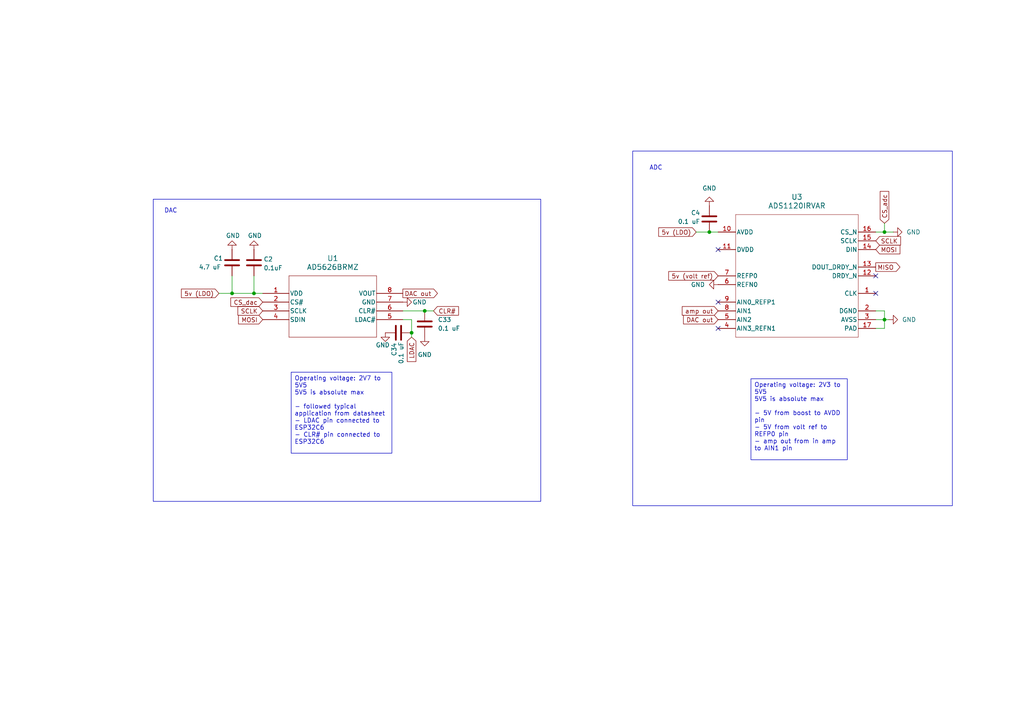
<source format=kicad_sch>
(kicad_sch (version 20231120) (generator "eeschema") (generator_version "8.0")
  (paper "A4")
  (lib_symbols
    (symbol "2025-06-29_04-51-15:ADS1120IRVAR" (pin_names (offset 0.254))
      (property "Reference" "U" (at 0 2.54 0))
      (property "Value" "ADS1120IRVAR" (at 0 0 0))
      (symbol "ADS1120IRVAR_0_1"
        (polyline (pts (xy -17.78 -17.78) (xy 17.78 -17.78)) (stroke (width 0.1016)))
        (polyline (pts (xy -17.78 17.78) (xy -17.78 -17.78)) (stroke (width 0.1016)))
        (polyline (pts (xy 17.78 -17.78) (xy 17.78 17.78)) (stroke (width 0.1016)))
        (polyline (pts (xy 17.78 17.78) (xy -17.78 17.78)) (stroke (width 0.1016)))
        (pin input line (at 22.86 -5.08 180) (length 5.08) (name "CLK") (number "1"))
        (pin power_in line (at -22.86 12.7 0) (length 5.08) (name "AVDD") (number "10"))
        (pin power_in line (at -22.86 7.62 0) (length 5.08) (name "DVDD") (number "11"))
        (pin output line (at 22.86 0 180) (length 5.08) (name "DRDY_N") (number "12"))
        (pin output line (at 22.86 2.54 180) (length 5.08) (name "DOUT_DRDY_N") (number "13"))
        (pin input line (at 22.86 7.62 180) (length 5.08) (name "DIN") (number "14"))
        (pin input line (at 22.86 10.16 180) (length 5.08) (name "SCLK") (number "15"))
        (pin input line (at 22.86 12.7 180) (length 5.08) (name "CS_N") (number "16"))
        (pin power_in line (at 22.86 -15.24 180) (length 5.08) (name "PAD") (number "17"))
        (pin power_in line (at 22.86 -10.16 180) (length 5.08) (name "DGND") (number "2"))
        (pin power_in line (at 22.86 -12.7 180) (length 5.08) (name "AVSS") (number "3"))
        (pin input line (at -22.86 -15.24 0) (length 5.08) (name "AIN3_REFN1") (number "4"))
        (pin input line (at -22.86 -12.7 0) (length 5.08) (name "AIN2") (number "5"))
        (pin input line (at -22.86 -2.54 0) (length 5.08) (name "REFN0") (number "6"))
        (pin input line (at -22.86 0 0) (length 5.08) (name "REFP0") (number "7"))
        (pin input line (at -22.86 -10.16 0) (length 5.08) (name "AIN1") (number "8"))
        (pin input line (at -22.86 -7.62 0) (length 5.08) (name "AIN0_REFP1") (number "9"))
      )
    )
    (symbol "Device:C" (pin_numbers hide) (pin_names (offset 0.254))
      (property "Reference" "C" (at 0.635 2.54 0))
      (property "Value" "C" (at 0.635 -2.54 0))
      (symbol "C_0_1"
        (polyline (pts (xy -2.032 -0.762) (xy 2.032 -0.762)) (stroke (width 0.508)))
        (polyline (pts (xy -2.032 0.762) (xy 2.032 0.762)) (stroke (width 0.508)))
      )
      (symbol "C_1_1"
        (pin passive line (at 0 3.81 270) (length 2.794) (name "~") (number "1"))
        (pin passive line (at 0 -3.81 90) (length 2.794) (name "~") (number "2"))
      )
    )
    (symbol "power:GND" (power) (pin_numbers hide) (pin_names (offset 0) hide)
      (property "Value" "GND" (at 0 -3.81 0))
      (symbol "GND_0_1"
        (polyline (pts (xy 0 0) (xy 0 -1.27) (xy 1.27 -1.27) (xy 0 -2.54) (xy -1.27 -1.27) (xy 0 -1.27)))
      )
      (symbol "GND_1_1"
        (pin power_in line (at 0 0 270) (length 0) (name "~") (number "1"))
      )
    )
    (symbol "wsg sym lib:AD5626BRMZ" (pin_names (offset 0.254))
      (property "Reference" "U" (at 20.32 10.16 0))
      (property "Value" "AD5626BRMZ" (at 20.32 7.62 0))
      (symbol "AD5626BRMZ_0_1"
        (polyline (pts (xy 7.62 -12.7) (xy 33.02 -12.7)) (stroke (width 0.127)))
        (polyline (pts (xy 7.62 5.08) (xy 7.62 -12.7)) (stroke (width 0.127)))
        (polyline (pts (xy 33.02 -12.7) (xy 33.02 5.08)) (stroke (width 0.127)))
        (polyline (pts (xy 33.02 5.08) (xy 7.62 5.08)) (stroke (width 0.127)))
        (pin power_in line (at 0 0 0) (length 7.62) (name "VDD") (number "1"))
        (pin unspecified line (at 0 -2.54 0) (length 7.62) (name "CS#") (number "2"))
        (pin unspecified line (at 0 -5.08 0) (length 7.62) (name "SCLK") (number "3"))
        (pin unspecified line (at 0 -7.62 0) (length 7.62) (name "SDIN") (number "4"))
        (pin unspecified line (at 40.64 -7.62 180) (length 7.62) (name "LDAC#") (number "5"))
        (pin unspecified line (at 40.64 -5.08 180) (length 7.62) (name "CLR#") (number "6"))
        (pin unspecified line (at 40.64 -2.54 180) (length 7.62) (name "GND") (number "7"))
        (pin unspecified line (at 40.64 0 180) (length 7.62) (name "VOUT") (number "8"))
      )
    )
  )
  (junction (at 67.31 85.09))
  (junction (at 119.38 96.52))
  (junction (at 205.74 67.31))
  (junction (at 73.66 85.09))
  (junction (at 256.54 67.31))
  (junction (at 256.54 92.71))
  (junction (at 123.19 90.17))
  (no_connect (at 254 80.01))
  (no_connect (at 208.28 87.63))
  (no_connect (at 254 85.09))
  (no_connect (at 208.28 95.25))
  (no_connect (at 208.28 72.39))
  (wire (pts (xy 254 95.25) (xy 256.54 95.25)))
  (wire (pts (xy 256.54 95.25) (xy 256.54 92.71)))
  (wire (pts (xy 201.93 67.31) (xy 205.74 67.31)))
  (wire (pts (xy 254 67.31) (xy 256.54 67.31)))
  (wire (pts (xy 119.38 92.71) (xy 119.38 96.52)))
  (wire (pts (xy 73.66 80.01) (xy 73.66 85.09)))
  (wire (pts (xy 205.74 67.31) (xy 208.28 67.31)))
  (wire (pts (xy 67.31 80.01) (xy 67.31 85.09)))
  (wire (pts (xy 119.38 96.52) (xy 119.38 97.79)))
  (wire (pts (xy 67.31 85.09) (xy 73.66 85.09)))
  (wire (pts (xy 254 92.71) (xy 256.54 92.71)))
  (wire (pts (xy 125.73 90.17) (xy 123.19 90.17)))
  (wire (pts (xy 256.54 64.77) (xy 256.54 67.31)))
  (wire (pts (xy 256.54 92.71) (xy 257.81 92.71)))
  (wire (pts (xy 63.5 85.09) (xy 67.31 85.09)))
  (wire (pts (xy 256.54 90.17) (xy 254 90.17)))
  (wire (pts (xy 123.19 90.17) (xy 116.84 90.17)))
  (wire (pts (xy 256.54 67.31) (xy 259.08 67.31)))
  (wire (pts (xy 119.38 92.71) (xy 116.84 92.71)))
  (wire (pts (xy 73.66 85.09) (xy 76.2 85.09)))
  (wire (pts (xy 256.54 92.71) (xy 256.54 90.17)))
  (rectangle (start 183.515 43.815) (end 276.225 146.685))
  (rectangle (start 44.45 57.785) (end 156.845 145.415))
  (text_box "Operating voltage: 2V3 to 5V5\n5V5 is absolute max\n\n- 5V from boost to AVDD pin\n- 5V from volt ref to REFP0 pin\n- amp out from in amp to AIN1 pin\n" (at 217.805 109.855 0) (size 27.94 23.495) (effects (font (size 1.27 1.27)) (justify left top)))
  (text_box "Operating voltage: 2V7 to 5V5\n5V5 is absolute max\n\n- followed typical application from datasheet\n- LDAC pin connected to ESP32C6\n- CLR# pin connected to ESP32C6\n" (at 84.455 107.95 0) (size 29.21 23.495) (effects (font (size 1.27 1.27)) (justify left top)))
  (text "DAC" (at 49.53 61.214 0) (effects (font (size 1.27 1.27))))
  (text "ADC" (at 190.246 48.768 0) (effects (font (size 1.27 1.27))))
  (global_label "CS_adc" (shape input) (at 256.54 64.77 90) (property "Intersheetrefs" "${INTERSHEET_REFS}" (effects (hide yes))))
  (global_label "SCLK" (shape input) (at 76.2 90.17 180) (property "Intersheetrefs" "${INTERSHEET_REFS}" (effects (hide yes))))
  (global_label "SCLK" (shape input) (at 254 69.85 0) (property "Intersheetrefs" "${INTERSHEET_REFS}" (effects (hide yes))))
  (global_label "amp out" (shape input) (at 208.28 90.17 180) (property "Intersheetrefs" "${INTERSHEET_REFS}" (effects (hide yes))))
  (global_label "MOSI" (shape input) (at 254 72.39 0) (property "Intersheetrefs" "${INTERSHEET_REFS}" (effects (hide yes))))
  (global_label "MOSI" (shape input) (at 76.2 92.71 180) (property "Intersheetrefs" "${INTERSHEET_REFS}" (effects (hide yes))))
  (global_label "CLR#" (shape input) (at 125.73 90.17 0) (property "Intersheetrefs" "${INTERSHEET_REFS}" (effects (hide yes))))
  (global_label "CS_dac" (shape input) (at 76.2 87.63 180) (property "Intersheetrefs" "${INTERSHEET_REFS}" (effects (hide yes))))
  (global_label "MISO" (shape output) (at 254 77.47 0) (property "Intersheetrefs" "${INTERSHEET_REFS}" (effects (hide yes))))
  (global_label "DAC out" (shape input) (at 208.28 92.71 180) (property "Intersheetrefs" "${INTERSHEET_REFS}" (effects (hide yes))))
  (global_label "5v (LDO)" (shape input) (at 201.93 67.31 180) (property "Intersheetrefs" "${INTERSHEET_REFS}" (effects (hide yes))))
  (global_label "DAC out" (shape output) (at 116.84 85.09 0) (property "Intersheetrefs" "${INTERSHEET_REFS}" (effects (hide yes))))
  (global_label "LDAC" (shape input) (at 119.38 97.79 270) (property "Intersheetrefs" "${INTERSHEET_REFS}" (effects (hide yes))))
  (global_label "5v (LDO)" (shape input) (at 63.5 85.09 180) (property "Intersheetrefs" "${INTERSHEET_REFS}" (effects (hide yes))))
  (global_label "5v (volt ref)" (shape input) (at 208.28 80.01 180) (property "Intersheetrefs" "${INTERSHEET_REFS}" (effects (hide yes))))
  (symbol (lib_id "Device:C") (at 73.66 76.2 0) (unit 1)
    (property "Reference" "C2" (at 76.454 75.184 0) (effects (justify left)))
    (property "Value" "0.1uF" (at 76.454 77.724 0) (effects (justify left)))
    (property "Description" "Unpolarized capacitor" (effects (hide yes)))
  )
  (symbol (lib_id "Device:C") (at 67.31 76.2 0) (unit 1)
    (property "Reference" "C1" (at 61.976 74.93 0) (effects (justify left)))
    (property "Value" "4.7 uF" (at 57.658 77.47 0) (effects (justify left)))
    (property "Description" "Unpolarized capacitor" (effects (hide yes)))
  )
  (symbol (lib_id "Device:C") (at 123.19 93.98 0) (unit 1)
    (property "Reference" "C33" (at 127 92.7099 0) (effects (justify left)))
    (property "Value" "0.1 uF" (at 127 95.2499 0) (effects (justify left)))
    (property "Description" "Unpolarized capacitor" (effects (hide yes)))
  )
  (symbol (lib_id "power:GND") (at 116.84 87.63 90) (unit 1)
    (property "Reference" "#PWR03" (effects (hide yes)))
    (property "Value" "GND" (at 119.634 87.63 90) (effects (justify right)))
    (property "Description" "Power symbol creates a global label with name \"GND\" , ground" (effects (hide yes)))
  )
  (symbol (lib_id "Device:C") (at 115.57 96.52 270) (unit 1)
    (property "Reference" "C34" (at 114.3 101.346 0))
    (property "Value" "0.1 uF" (at 116.332 102.362 0))
    (property "Description" "Unpolarized capacitor" (effects (hide yes)))
  )
  (symbol (lib_id "power:GND") (at 73.66 72.39 180) (unit 1)
    (property "Reference" "#PWR02" (effects (hide yes)))
    (property "Value" "GND" (at 73.914 68.326 0))
    (property "Description" "Power symbol creates a global label with name \"GND\" , ground" (effects (hide yes)))
  )
  (symbol (lib_id "power:GND") (at 259.08 67.31 90) (unit 1)
    (property "Reference" "#PWR027" (effects (hide yes)))
    (property "Value" "GND" (at 262.89 67.3099 90) (effects (justify right)))
    (property "Description" "Power symbol creates a global label with name \"GND\" , ground" (effects (hide yes)))
  )
  (symbol (lib_id "wsg sym lib:AD5626BRMZ") (at 76.2 85.09 0) (unit 1)
    (property "Reference" "U1" (at 96.52 74.93 0) (effects (font (size 1.524 1.524))))
    (property "Value" "AD5626BRMZ" (at 96.52 77.47 0) (effects (font (size 1.524 1.524))))
    (property "Footprint" "RM_8_ADI" (effects (hide yes)))
    (property "Datasheet" "AD5626BRMZ" (effects (hide yes)))
  )
  (symbol (lib_id "power:GND") (at 123.19 97.79 0) (unit 1)
    (property "Reference" "#PWR065" (effects (hide yes)))
    (property "Value" "GND" (at 123.19 102.87 0))
    (property "Description" "Power symbol creates a global label with name \"GND\" , ground" (effects (hide yes)))
  )
  (symbol (lib_id "power:GND") (at 257.81 92.71 90) (unit 1)
    (property "Reference" "#PWR024" (effects (hide yes)))
    (property "Value" "GND" (at 261.62 92.7099 90) (effects (justify right)))
    (property "Description" "Power symbol creates a global label with name \"GND\" , ground" (effects (hide yes)))
  )
  (symbol (lib_id "power:GND") (at 205.74 59.69 180) (unit 1)
    (property "Reference" "#PWR060" (effects (hide yes)))
    (property "Value" "GND" (at 205.74 54.61 0))
    (property "Description" "Power symbol creates a global label with name \"GND\" , ground" (effects (hide yes)))
  )
  (symbol (lib_id "Device:C") (at 205.74 63.5 0) (unit 1)
    (property "Reference" "C4" (at 200.406 61.722 0) (effects (justify left)))
    (property "Value" "0.1 uF" (at 196.596 64.262 0) (effects (justify left)))
    (property "Description" "Unpolarized capacitor" (effects (hide yes)))
  )
  (symbol (lib_id "power:GND") (at 208.28 82.55 270) (unit 1)
    (property "Reference" "#PWR020" (effects (hide yes)))
    (property "Value" "GND" (at 204.47 82.5499 90) (effects (justify right)))
    (property "Description" "Power symbol creates a global label with name \"GND\" , ground" (effects (hide yes)))
  )
  (symbol (lib_id "power:GND") (at 111.76 96.52 0) (unit 1)
    (property "Reference" "#PWR066" (effects (hide yes)))
    (property "Value" "GND" (at 110.998 100.076 0))
    (property "Description" "Power symbol creates a global label with name \"GND\" , ground" (effects (hide yes)))
  )
  (symbol (lib_id "2025-06-29_04-51-15:ADS1120IRVAR") (at 231.14 80.01 0) (unit 1)
    (property "Reference" "U3" (at 231.14 57.15 0) (effects (font (size 1.524 1.524))))
    (property "Value" "ADS1120IRVAR" (at 231.14 59.69 0) (effects (font (size 1.524 1.524))))
    (property "Footprint" "RVA0016A" (effects (hide yes)))
    (property "Datasheet" "ADS1120IRVAR" (effects (hide yes)))
  )
  (symbol (lib_id "power:GND") (at 67.31 72.39 180) (unit 1)
    (property "Reference" "#PWR01" (effects (hide yes)))
    (property "Value" "GND" (at 67.564 68.326 0))
    (property "Description" "Power symbol creates a global label with name \"GND\" , ground" (effects (hide yes)))
  )
)
</source>
